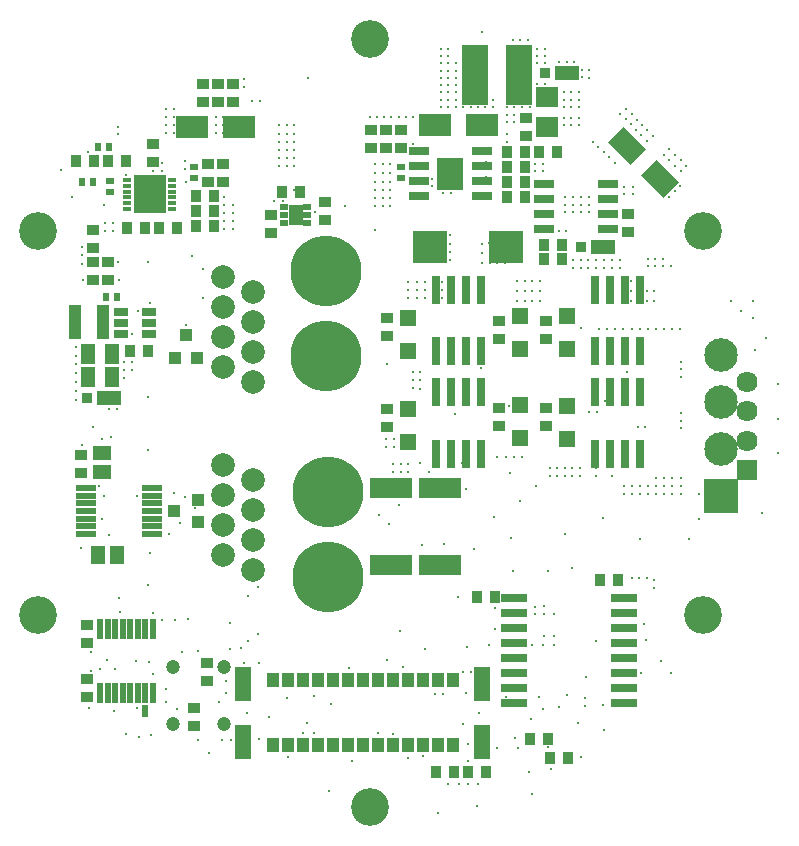
<source format=gbs>
G04*
G04 #@! TF.GenerationSoftware,Altium Limited,Altium Designer,22.1.2 (22)*
G04*
G04 Layer_Color=16711935*
%FSLAX25Y25*%
%MOIN*%
G70*
G04*
G04 #@! TF.SameCoordinates,718D4045-E2B1-425D-88C3-508A2C93E544*
G04*
G04*
G04 #@! TF.FilePolarity,Negative*
G04*
G01*
G75*
%ADD57R,0.03800X0.04300*%
%ADD58R,0.03472X0.03972*%
%ADD60R,0.04300X0.03800*%
%ADD63R,0.11784X0.10918*%
%ADD66R,0.04422X0.04028*%
%ADD69R,0.03972X0.03472*%
%ADD74R,0.04551X0.06551*%
%ADD88C,0.23635*%
%ADD89R,0.07060X0.07060*%
%ADD90C,0.07060*%
%ADD91C,0.00800*%
%ADD92R,0.11194X0.11194*%
%ADD93C,0.11194*%
%ADD94C,0.04737*%
%ADD95C,0.07887*%
%ADD96C,0.12611*%
%ADD97C,0.01181*%
%ADD534R,0.14186X0.07099*%
%ADD535R,0.03550X0.03550*%
%ADD536R,0.08274X0.04731*%
%ADD537R,0.01981X0.04698*%
%ADD538R,0.04698X0.01981*%
%ADD539R,0.02414X0.07099*%
%ADD540R,0.02257X0.01863*%
%ADD541R,0.08674X0.03162*%
%ADD542R,0.07800X0.06800*%
%ADD543R,0.03950X0.11430*%
%ADD544R,0.02272X0.02972*%
%ADD545R,0.04737X0.03162*%
%ADD546R,0.06902X0.02178*%
%ADD547R,0.04028X0.04422*%
%ADD548R,0.05524X0.05524*%
%ADD549R,0.05524X0.11430*%
%ADD550R,0.03950X0.05131*%
%ADD551R,0.03162X0.09461*%
%ADD552R,0.10642X0.07493*%
G04:AMPARAMS|DCode=553|XSize=106.42mil|YSize=74.93mil|CornerRadius=0mil|HoleSize=0mil|Usage=FLASHONLY|Rotation=315.000|XOffset=0mil|YOffset=0mil|HoleType=Round|Shape=Rectangle|*
%AMROTATEDRECTD553*
4,1,4,-0.06412,0.01114,-0.01114,0.06412,0.06412,-0.01114,0.01114,-0.06412,-0.06412,0.01114,0.0*
%
%ADD553ROTATEDRECTD553*%

%ADD554R,0.06902X0.03162*%
%ADD555R,0.02972X0.02272*%
%ADD556R,0.08674X0.10642*%
%ADD557R,0.07139X0.03084*%
%ADD558R,0.03162X0.01784*%
%ADD559R,0.11036X0.12611*%
%ADD560R,0.09095X0.20118*%
%ADD561R,0.02572X0.01981*%
%ADD562R,0.04737X0.07099*%
D57*
X56100Y218200D02*
D03*
X62100D02*
D03*
X45500Y208200D02*
D03*
X51500D02*
D03*
X45500Y213300D02*
D03*
X51500D02*
D03*
X-58271Y193700D02*
D03*
X-52271D02*
D03*
X59900Y16300D02*
D03*
X65900D02*
D03*
X53200Y22800D02*
D03*
X59200D02*
D03*
X-58271Y198669D02*
D03*
X-52271D02*
D03*
X-58271Y203637D02*
D03*
X-52271D02*
D03*
X-98172Y215300D02*
D03*
X-92172D02*
D03*
X-87500D02*
D03*
X-81500D02*
D03*
X58000Y187300D02*
D03*
X64000D02*
D03*
X58000Y182500D02*
D03*
X64000D02*
D03*
X51500Y203237D02*
D03*
X45500D02*
D03*
X28000Y11500D02*
D03*
X22000D02*
D03*
X32500D02*
D03*
X38500D02*
D03*
D58*
X-74000Y152100D02*
D03*
X-80000D02*
D03*
X51500Y218300D02*
D03*
X45500D02*
D03*
X76400Y75600D02*
D03*
X82400D02*
D03*
X35500Y70000D02*
D03*
X41500D02*
D03*
X-75072Y193037D02*
D03*
X-81072D02*
D03*
X-64400Y193100D02*
D03*
X-70400D02*
D03*
X-29372Y204937D02*
D03*
X-23371D02*
D03*
D60*
X5600Y132500D02*
D03*
Y126500D02*
D03*
Y162900D02*
D03*
Y156900D02*
D03*
X58500Y156100D02*
D03*
X42900D02*
D03*
Y133100D02*
D03*
Y127100D02*
D03*
Y162100D02*
D03*
X58500Y133100D02*
D03*
Y127100D02*
D03*
Y162100D02*
D03*
X-58900Y32900D02*
D03*
Y26900D02*
D03*
X-54300Y47900D02*
D03*
Y41900D02*
D03*
X-92400Y192300D02*
D03*
Y186300D02*
D03*
X-45871Y241037D02*
D03*
Y235037D02*
D03*
D63*
X19800Y186600D02*
D03*
X45154D02*
D03*
D66*
X-65409Y98615D02*
D03*
X-57535Y102355D02*
D03*
Y94875D02*
D03*
D69*
X-96300Y117200D02*
D03*
Y111200D02*
D03*
X-94300Y42600D02*
D03*
Y36600D02*
D03*
X300Y225500D02*
D03*
Y219500D02*
D03*
X51800Y223800D02*
D03*
Y229800D02*
D03*
X5250Y225500D02*
D03*
Y219500D02*
D03*
X10200D02*
D03*
Y225500D02*
D03*
X-50836Y241137D02*
D03*
Y235137D02*
D03*
X-55800D02*
D03*
Y241137D02*
D03*
X-92400Y181500D02*
D03*
Y175500D02*
D03*
X-87300D02*
D03*
Y181500D02*
D03*
X-94500Y60600D02*
D03*
Y54600D02*
D03*
X-54272Y208337D02*
D03*
Y214337D02*
D03*
X-49272Y208337D02*
D03*
Y214337D02*
D03*
X-14972Y201737D02*
D03*
Y195737D02*
D03*
X-33171Y197337D02*
D03*
Y191337D02*
D03*
X-72471Y215137D02*
D03*
Y221137D02*
D03*
X86028Y191737D02*
D03*
Y197737D02*
D03*
D74*
X-94100Y151000D02*
D03*
X-86100D02*
D03*
X-94100Y143400D02*
D03*
X-86100D02*
D03*
D88*
X-14200Y76789D02*
D03*
Y105135D02*
D03*
X-14700Y178694D02*
D03*
Y150347D02*
D03*
D89*
X125700Y112272D02*
D03*
D90*
Y122114D02*
D03*
Y131957D02*
D03*
Y141799D02*
D03*
D91*
X130386Y97827D02*
D03*
X69071Y27871D02*
D03*
X52929Y11729D02*
D03*
X-41201Y31426D02*
D03*
X36201D02*
D03*
X-57335Y51890D02*
D03*
Y22363D02*
D03*
X-74000Y73919D02*
D03*
Y118919D02*
D03*
Y136680D02*
D03*
Y181680D02*
D03*
D92*
X117000Y103732D02*
D03*
D93*
Y119323D02*
D03*
Y134913D02*
D03*
Y150504D02*
D03*
D94*
X-65799Y27678D02*
D03*
Y46576D02*
D03*
X-48870Y27678D02*
D03*
Y46576D02*
D03*
D95*
X-39000Y108919D02*
D03*
Y98919D02*
D03*
Y88919D02*
D03*
Y78919D02*
D03*
X-49000Y113919D02*
D03*
Y103919D02*
D03*
Y93919D02*
D03*
Y83919D02*
D03*
X-39000Y171680D02*
D03*
Y161680D02*
D03*
Y151680D02*
D03*
Y141680D02*
D03*
X-49000Y176680D02*
D03*
Y166680D02*
D03*
Y156680D02*
D03*
Y146680D02*
D03*
D96*
X0Y255906D02*
D03*
X110810Y191929D02*
D03*
X-110810D02*
D03*
Y63976D02*
D03*
X110810D02*
D03*
X0Y0D02*
D03*
D97*
X92400Y182700D02*
D03*
X95009D02*
D03*
X97618D02*
D03*
X-13900Y5200D02*
D03*
X32000Y105900D02*
D03*
X16600Y144900D02*
D03*
X14127D02*
D03*
X5500Y147700D02*
D03*
X-83900Y69600D02*
D03*
X7723Y122709D02*
D03*
Y120109D02*
D03*
X5161D02*
D03*
X14127Y139484D02*
D03*
Y142150D02*
D03*
X16600D02*
D03*
X-20900Y242900D02*
D03*
X-27808Y213695D02*
D03*
X-25316D02*
D03*
X-27808Y216387D02*
D03*
X-25316D02*
D03*
X-27808Y227171D02*
D03*
X-25316D02*
D03*
X-27808Y224479D02*
D03*
X-25316D02*
D03*
Y221787D02*
D03*
X-27808D02*
D03*
X-25316Y219095D02*
D03*
X-27808D02*
D03*
X-30300Y227171D02*
D03*
Y219072D02*
D03*
Y221772D02*
D03*
Y224471D02*
D03*
X58200Y132900D02*
D03*
X-84100Y181600D02*
D03*
X-83600Y64900D02*
D03*
X-72600Y64500D02*
D03*
X41500Y59400D02*
D03*
X75084Y55184D02*
D03*
X37000Y38000D02*
D03*
X-37300Y57800D02*
D03*
X-7076Y46398D02*
D03*
X1400Y192300D02*
D03*
X-94231Y218269D02*
D03*
X-65600Y104487D02*
D03*
X-37175Y48100D02*
D03*
X-32400Y42500D02*
D03*
X-40678Y55381D02*
D03*
X23700Y190489D02*
D03*
X26528D02*
D03*
X36900Y146200D02*
D03*
X26543Y169660D02*
D03*
Y172352D02*
D03*
Y175044D02*
D03*
X20971Y169660D02*
D03*
Y172352D02*
D03*
Y175044D02*
D03*
X23772Y169660D02*
D03*
Y172352D02*
D03*
Y175044D02*
D03*
X26528Y182413D02*
D03*
Y185105D02*
D03*
Y187797D02*
D03*
X23700D02*
D03*
Y185105D02*
D03*
Y182413D02*
D03*
X-30300Y216400D02*
D03*
Y213671D02*
D03*
X50550Y116700D02*
D03*
X47800D02*
D03*
X45050D02*
D03*
X42300D02*
D03*
X28100Y131000D02*
D03*
X30681Y114603D02*
D03*
X46100Y133800D02*
D03*
X46600Y111300D02*
D03*
X16600Y139400D02*
D03*
X5600Y131480D02*
D03*
X32281Y147700D02*
D03*
X-18501Y198428D02*
D03*
X-8600Y200200D02*
D03*
X-25400Y205500D02*
D03*
X90219Y44600D02*
D03*
X53758Y4400D02*
D03*
X22600Y-2100D02*
D03*
X-289Y229900D02*
D03*
X30800Y45000D02*
D03*
X-18880Y36820D02*
D03*
X-13200Y34365D02*
D03*
X64900Y91100D02*
D03*
X53900Y54000D02*
D03*
X-27500Y16781D02*
D03*
X46900Y89700D02*
D03*
X-6152Y15474D02*
D03*
X78000Y179700D02*
D03*
X-99500Y203200D02*
D03*
X61271Y64174D02*
D03*
X61200Y57100D02*
D03*
X58035D02*
D03*
X21600Y37700D02*
D03*
X24300D02*
D03*
X33500Y45000D02*
D03*
X-85474Y32100D02*
D03*
X-87755Y48935D02*
D03*
X-93169Y45460D02*
D03*
X-90136Y45881D02*
D03*
X-93169Y51500D02*
D03*
X62828Y33437D02*
D03*
X57500Y32760D02*
D03*
X71700Y33700D02*
D03*
X77500Y33900D02*
D03*
X18231Y52631D02*
D03*
X47352Y44700D02*
D03*
X78000Y25700D02*
D03*
X59338Y20138D02*
D03*
X71700Y36154D02*
D03*
X88444Y34600D02*
D03*
X53400Y29300D02*
D03*
X71860Y43441D02*
D03*
X56300Y36500D02*
D03*
X45095D02*
D03*
X39671Y54091D02*
D03*
X65600Y37319D02*
D03*
X26019Y7782D02*
D03*
X12450Y16419D02*
D03*
X87200Y76419D02*
D03*
X92200D02*
D03*
X54800Y64219D02*
D03*
X58035D02*
D03*
X61200Y54100D02*
D03*
X-88800Y103700D02*
D03*
X-86534Y123362D02*
D03*
X-89500Y122600D02*
D03*
X-89300Y96100D02*
D03*
X-90500Y107100D02*
D03*
X-46700Y61200D02*
D03*
X-27734Y36366D02*
D03*
X-33900Y30100D02*
D03*
X-37000Y22626D02*
D03*
X-21132Y27869D02*
D03*
X-53900Y18100D02*
D03*
X-73137Y23863D02*
D03*
X-77137Y23363D02*
D03*
X-81300Y24300D02*
D03*
X-87039Y90800D02*
D03*
X-73500Y84500D02*
D03*
X-43100Y53100D02*
D03*
X-65100Y62200D02*
D03*
X-60700Y62569D02*
D03*
X-77811Y103722D02*
D03*
X-73800Y48400D02*
D03*
X-77710Y32947D02*
D03*
X-96300Y86300D02*
D03*
X-69481Y62181D02*
D03*
X-67136Y90938D02*
D03*
X-62700Y51700D02*
D03*
X-78000Y48800D02*
D03*
X-96200Y120600D02*
D03*
X-92460Y126619D02*
D03*
X-58600Y99500D02*
D03*
X-46700Y52600D02*
D03*
X-40678Y70441D02*
D03*
X31800Y37900D02*
D03*
X30977Y27494D02*
D03*
X-85200Y46100D02*
D03*
X-72600Y44340D02*
D03*
X-93700Y33100D02*
D03*
X-87200Y132500D02*
D03*
X12623Y111800D02*
D03*
X7500D02*
D03*
X10061D02*
D03*
X7500Y114400D02*
D03*
X10061D02*
D03*
X12623D02*
D03*
X6300Y94319D02*
D03*
X9600Y100500D02*
D03*
X41081Y96500D02*
D03*
X5161Y122709D02*
D03*
X32300Y53259D02*
D03*
X57400Y54014D02*
D03*
X65319Y192100D02*
D03*
X62900D02*
D03*
X-84500Y132500D02*
D03*
X-79400Y145750D02*
D03*
X-98200Y135700D02*
D03*
Y138650D02*
D03*
X58200Y250285D02*
D03*
X67900Y248200D02*
D03*
X62900D02*
D03*
X65400D02*
D03*
X72800Y245500D02*
D03*
Y243000D02*
D03*
X70500Y243300D02*
D03*
Y245800D02*
D03*
X55700Y240900D02*
D03*
X58200D02*
D03*
X69500Y227200D02*
D03*
Y229626D02*
D03*
Y233300D02*
D03*
Y238160D02*
D03*
Y235730D02*
D03*
X47400Y255700D02*
D03*
X52400D02*
D03*
X49900D02*
D03*
X64500Y233300D02*
D03*
X53222D02*
D03*
X67000Y235730D02*
D03*
X64500Y238160D02*
D03*
X50610Y233300D02*
D03*
X55700Y252712D02*
D03*
X67000Y238160D02*
D03*
X53222Y235726D02*
D03*
X58200Y247859D02*
D03*
X45387Y233300D02*
D03*
X55700Y250285D02*
D03*
X64500Y235730D02*
D03*
X47999Y235726D02*
D03*
X67000Y233300D02*
D03*
X45387Y235726D02*
D03*
X47999Y233300D02*
D03*
X50610Y235726D02*
D03*
X58200Y252712D02*
D03*
X55700Y247859D02*
D03*
X-73500Y167900D02*
D03*
X67000Y229626D02*
D03*
Y227200D02*
D03*
X64500Y229626D02*
D03*
Y227200D02*
D03*
X24280Y204600D02*
D03*
Y207292D02*
D03*
Y209984D02*
D03*
X-103000Y212400D02*
D03*
X-61500Y160800D02*
D03*
X67161Y79500D02*
D03*
X-42100Y48100D02*
D03*
X-46600Y22400D02*
D03*
X-49600D02*
D03*
X-82100Y148400D02*
D03*
Y143000D02*
D03*
Y145750D02*
D03*
X-79400Y148400D02*
D03*
Y157481D02*
D03*
X-77303Y165240D02*
D03*
X-98200Y144550D02*
D03*
Y141600D02*
D03*
Y147500D02*
D03*
Y150450D02*
D03*
Y153400D02*
D03*
X100300Y44800D02*
D03*
X97000Y48800D02*
D03*
X-95800Y175500D02*
D03*
X-50381Y34881D02*
D03*
X-68150Y39226D02*
D03*
Y34874D02*
D03*
X-48100Y38100D02*
D03*
X-64400Y32500D02*
D03*
X37300Y258300D02*
D03*
X127700Y162900D02*
D03*
X87100Y230900D02*
D03*
X88900Y229100D02*
D03*
X90600Y227300D02*
D03*
X92300Y225500D02*
D03*
X94100Y223700D02*
D03*
X85300Y232700D02*
D03*
X103400Y211900D02*
D03*
X101550Y213750D02*
D03*
X99700Y215600D02*
D03*
X97850Y217450D02*
D03*
X97618Y180200D02*
D03*
X100226D02*
D03*
X92400D02*
D03*
X95009D02*
D03*
X103100Y207000D02*
D03*
X26000Y252742D02*
D03*
X23400D02*
D03*
X26000Y250312D02*
D03*
X23400D02*
D03*
X-84200Y224240D02*
D03*
Y226780D02*
D03*
X99680Y219280D02*
D03*
X101530Y217430D02*
D03*
X101400Y205200D02*
D03*
X87400Y204200D02*
D03*
Y206700D02*
D03*
X84700D02*
D03*
Y204200D02*
D03*
X97786Y159400D02*
D03*
X100471D02*
D03*
X103157D02*
D03*
X77600Y96400D02*
D03*
X-42100Y242600D02*
D03*
Y240000D02*
D03*
X-63400Y94800D02*
D03*
X95100Y159400D02*
D03*
X35600Y200D02*
D03*
X2500Y24558D02*
D03*
X9814Y58586D02*
D03*
X41500Y66319D02*
D03*
X58035Y66825D02*
D03*
X54800Y66800D02*
D03*
X91300Y60900D02*
D03*
X49300Y19700D02*
D03*
X48100Y23046D02*
D03*
X60200Y12700D02*
D03*
X32500Y15327D02*
D03*
X32600Y21100D02*
D03*
X17600Y17123D02*
D03*
X36000Y7782D02*
D03*
X29400D02*
D03*
X32700D02*
D03*
X42116Y19700D02*
D03*
X70200Y16500D02*
D03*
X-61700Y103400D02*
D03*
X90000Y89400D02*
D03*
X-22500Y24600D02*
D03*
X-18750D02*
D03*
X29200Y69900D02*
D03*
X5644Y49069D02*
D03*
X10909Y46760D02*
D03*
X19500Y111622D02*
D03*
X47476Y78546D02*
D03*
X59273Y78481D02*
D03*
X91900Y55500D02*
D03*
X-88800Y200500D02*
D03*
X-37300Y73200D02*
D03*
X-39557Y235300D02*
D03*
X-36900D02*
D03*
X-59400Y183700D02*
D03*
X-55900Y179400D02*
D03*
X-83900Y175500D02*
D03*
X34600Y86100D02*
D03*
X131900Y156200D02*
D03*
X128100Y152400D02*
D03*
X135900Y140900D02*
D03*
Y129400D02*
D03*
Y117900D02*
D03*
X109500Y96000D02*
D03*
Y104300D02*
D03*
X81000Y135400D02*
D03*
X78300D02*
D03*
X7500Y24400D02*
D03*
X76300Y159400D02*
D03*
X75666Y131633D02*
D03*
X73000D02*
D03*
X89100Y126800D02*
D03*
X91600D02*
D03*
X103402Y126200D02*
D03*
Y128700D02*
D03*
Y131200D02*
D03*
X50000Y102000D02*
D03*
X55100Y106900D02*
D03*
X103400Y148400D02*
D03*
Y145900D02*
D03*
Y143400D02*
D03*
X80650Y110200D02*
D03*
X16400Y114603D02*
D03*
X-81472Y210737D02*
D03*
X-85900Y192100D02*
D03*
Y194802D02*
D03*
X-52500Y203400D02*
D03*
X-72469Y198781D02*
D03*
X-55800Y169800D02*
D03*
X103380Y215580D02*
D03*
X105230Y213730D02*
D03*
X-69600Y214697D02*
D03*
X-96000Y186800D02*
D03*
Y183850D02*
D03*
X-88500Y194802D02*
D03*
Y192100D02*
D03*
X106200Y89400D02*
D03*
X103400Y109700D02*
D03*
Y107000D02*
D03*
Y104300D02*
D03*
X100700Y109700D02*
D03*
Y107000D02*
D03*
Y104300D02*
D03*
X94600Y73000D02*
D03*
Y75500D02*
D03*
X89700Y76419D02*
D03*
X64800Y110200D02*
D03*
X-48700Y203400D02*
D03*
Y200700D02*
D03*
X-45900D02*
D03*
Y198000D02*
D03*
Y195300D02*
D03*
Y192600D02*
D03*
X-48700D02*
D03*
Y195300D02*
D03*
Y198000D02*
D03*
X45531Y224247D02*
D03*
X120100Y168500D02*
D03*
X127500D02*
D03*
X83300Y231100D02*
D03*
X74200Y221800D02*
D03*
X70100Y159600D02*
D03*
X92414Y159400D02*
D03*
X89728D02*
D03*
X87043D02*
D03*
X84357D02*
D03*
X81671D02*
D03*
X78986D02*
D03*
X80100Y154300D02*
D03*
Y151700D02*
D03*
X75100Y110200D02*
D03*
X62274D02*
D03*
X59773D02*
D03*
X67273D02*
D03*
X69774D02*
D03*
Y112866D02*
D03*
X67273D02*
D03*
X59773D02*
D03*
X62274D02*
D03*
X64773D02*
D03*
X45387Y230800D02*
D03*
Y228300D02*
D03*
X40751Y235730D02*
D03*
X38321D02*
D03*
X35891D02*
D03*
X33461D02*
D03*
X31030D02*
D03*
X23400Y247882D02*
D03*
Y245451D02*
D03*
Y243021D02*
D03*
Y240591D02*
D03*
Y238160D02*
D03*
Y235730D02*
D03*
Y233300D02*
D03*
X-72469Y212040D02*
D03*
Y201413D02*
D03*
Y206727D02*
D03*
Y204070D02*
D03*
Y209384D02*
D03*
X-49000Y230000D02*
D03*
Y227343D02*
D03*
Y224687D02*
D03*
X-51500D02*
D03*
Y227343D02*
D03*
Y230000D02*
D03*
X-65427Y224757D02*
D03*
Y230070D02*
D03*
Y227414D02*
D03*
Y232727D02*
D03*
X-68148Y224757D02*
D03*
Y227414D02*
D03*
Y230070D02*
D03*
Y232727D02*
D03*
X-61600Y208300D02*
D03*
X-69600Y198757D02*
D03*
Y201413D02*
D03*
Y204070D02*
D03*
Y206727D02*
D03*
Y212040D02*
D03*
Y209384D02*
D03*
X-61719Y212760D02*
D03*
X64800Y203300D02*
D03*
Y200750D02*
D03*
Y198200D02*
D03*
X67500D02*
D03*
Y200750D02*
D03*
Y203300D02*
D03*
X70200Y198300D02*
D03*
Y200800D02*
D03*
Y203300D02*
D03*
X72900D02*
D03*
Y200800D02*
D03*
Y198300D02*
D03*
X92100Y222100D02*
D03*
X90300Y223900D02*
D03*
X88600Y225700D02*
D03*
X86900Y227500D02*
D03*
X85100Y229300D02*
D03*
X76000Y220000D02*
D03*
X77800Y218200D02*
D03*
X79600Y216500D02*
D03*
X81400Y214800D02*
D03*
X79600Y216500D02*
D03*
X-32000Y201937D02*
D03*
X80650Y179700D02*
D03*
X75350D02*
D03*
X67400D02*
D03*
X70050D02*
D03*
X72700D02*
D03*
X83300D02*
D03*
Y182200D02*
D03*
X72700D02*
D03*
X70050D02*
D03*
X67400D02*
D03*
X51500Y208100D02*
D03*
X47999Y228300D02*
D03*
Y230800D02*
D03*
X54800Y211900D02*
D03*
Y214400D02*
D03*
X57400Y211900D02*
D03*
Y214400D02*
D03*
X99600Y203400D02*
D03*
X11862Y229900D02*
D03*
X9432D02*
D03*
X7001D02*
D03*
X4571D02*
D03*
X2141D02*
D03*
X26000Y233300D02*
D03*
Y235730D02*
D03*
Y238160D02*
D03*
Y240591D02*
D03*
Y243021D02*
D03*
Y245451D02*
D03*
Y247882D02*
D03*
X28600D02*
D03*
Y245451D02*
D03*
Y243021D02*
D03*
Y240591D02*
D03*
Y238160D02*
D03*
Y235730D02*
D03*
X31030Y233300D02*
D03*
X28600D02*
D03*
X33461D02*
D03*
X35891D02*
D03*
X38321D02*
D03*
X40751D02*
D03*
X26880Y209984D02*
D03*
Y207292D02*
D03*
Y204600D02*
D03*
X20700Y207000D02*
D03*
X14200Y220900D02*
D03*
X20700Y209383D02*
D03*
X3000Y97400D02*
D03*
X18200Y175044D02*
D03*
Y172352D02*
D03*
Y169660D02*
D03*
X15400Y175044D02*
D03*
Y172352D02*
D03*
Y169660D02*
D03*
X12629D02*
D03*
Y172352D02*
D03*
Y175044D02*
D03*
X4116Y200324D02*
D03*
X1624D02*
D03*
X6608D02*
D03*
X4116Y203016D02*
D03*
X1624D02*
D03*
X6608D02*
D03*
Y205708D02*
D03*
X1624D02*
D03*
X4116D02*
D03*
X6608Y208400D02*
D03*
Y214284D02*
D03*
Y211292D02*
D03*
X4116D02*
D03*
Y214284D02*
D03*
X1624Y211292D02*
D03*
Y214284D02*
D03*
X4116Y208400D02*
D03*
X14292Y229900D02*
D03*
X48783Y168600D02*
D03*
X51392D02*
D03*
X54001Y168609D02*
D03*
X56609D02*
D03*
X51392Y175181D02*
D03*
X48783D02*
D03*
X54001D02*
D03*
X51392Y171890D02*
D03*
X48783D02*
D03*
X54001D02*
D03*
X94700Y168609D02*
D03*
X92091D02*
D03*
Y171890D02*
D03*
X94700D02*
D03*
X89482Y168600D02*
D03*
X86874D02*
D03*
X98000Y104300D02*
D03*
X95300D02*
D03*
X92600D02*
D03*
X89900D02*
D03*
X87200D02*
D03*
X84500D02*
D03*
X95300Y109700D02*
D03*
X84500Y107000D02*
D03*
X87200D02*
D03*
X89900D02*
D03*
X92600D02*
D03*
X95300D02*
D03*
X98000D02*
D03*
Y109700D02*
D03*
X75100Y112866D02*
D03*
X-96000Y180900D02*
D03*
X-61719Y215300D02*
D03*
X85600Y145000D02*
D03*
X75350Y182200D02*
D03*
X78000D02*
D03*
X80650D02*
D03*
X123628Y165337D02*
D03*
X-48100Y41900D02*
D03*
X45500Y221600D02*
D03*
X38605Y215094D02*
D03*
Y210094D02*
D03*
X1624Y208400D02*
D03*
X37100Y184500D02*
D03*
X44905Y181200D02*
D03*
X42279D02*
D03*
Y184500D02*
D03*
X39752Y181228D02*
D03*
X37100Y187800D02*
D03*
X39752Y184529D02*
D03*
X44905Y187800D02*
D03*
X37100Y181200D02*
D03*
X39652Y187829D02*
D03*
X42279Y187800D02*
D03*
X44905Y184500D02*
D03*
X56609Y171890D02*
D03*
Y175181D02*
D03*
X24600Y87600D02*
D03*
X89482Y175181D02*
D03*
X86874D02*
D03*
Y171890D02*
D03*
X89482D02*
D03*
X-29272Y201937D02*
D03*
X17328Y87337D02*
D03*
D534*
X23086Y80705D02*
D03*
Y106295D02*
D03*
X7028Y80705D02*
D03*
Y106295D02*
D03*
D535*
X-94600Y136400D02*
D03*
X70060Y186800D02*
D03*
X58060Y244500D02*
D03*
D536*
X-87120Y136400D02*
D03*
X77540Y186800D02*
D03*
X65540Y244500D02*
D03*
D537*
X-91469Y111731D02*
D03*
X-89500D02*
D03*
X-87532D02*
D03*
Y118069D02*
D03*
X-89500D02*
D03*
X-91469D02*
D03*
D538*
X-84531Y86068D02*
D03*
Y84100D02*
D03*
Y82131D02*
D03*
X-90869D02*
D03*
Y84100D02*
D03*
Y86068D02*
D03*
D539*
X-80100Y38140D02*
D03*
X-77600D02*
D03*
X-90100D02*
D03*
X-87600D02*
D03*
X-85100D02*
D03*
X-82600D02*
D03*
X-75100D02*
D03*
X-72600D02*
D03*
Y59400D02*
D03*
X-75100D02*
D03*
X-77600D02*
D03*
X-80100D02*
D03*
X-82600D02*
D03*
X-85100D02*
D03*
X-87600D02*
D03*
X-90100D02*
D03*
D540*
X-75100Y30917D02*
D03*
Y33083D02*
D03*
D541*
X84507Y69600D02*
D03*
Y64600D02*
D03*
Y59600D02*
D03*
Y54600D02*
D03*
Y49600D02*
D03*
Y44600D02*
D03*
Y39600D02*
D03*
Y34600D02*
D03*
X47893D02*
D03*
Y39600D02*
D03*
Y44600D02*
D03*
Y49600D02*
D03*
Y54600D02*
D03*
Y59600D02*
D03*
Y64600D02*
D03*
Y69600D02*
D03*
D542*
X59000Y236800D02*
D03*
Y226800D02*
D03*
D543*
X-89272Y161500D02*
D03*
X-98328D02*
D03*
D544*
X-88150Y169900D02*
D03*
X-84450D02*
D03*
X-96222Y208437D02*
D03*
X-92522D02*
D03*
X-87172Y219837D02*
D03*
X-90872D02*
D03*
D545*
X-83124Y165040D02*
D03*
Y161300D02*
D03*
Y157560D02*
D03*
X-73676D02*
D03*
Y161300D02*
D03*
Y165040D02*
D03*
D546*
X-72693Y90938D02*
D03*
Y93497D02*
D03*
Y96056D02*
D03*
Y98615D02*
D03*
Y101174D02*
D03*
Y103733D02*
D03*
Y106292D02*
D03*
X-94740Y90938D02*
D03*
Y93497D02*
D03*
Y96056D02*
D03*
Y98615D02*
D03*
Y101174D02*
D03*
Y103733D02*
D03*
Y106292D02*
D03*
D547*
X-65240Y149563D02*
D03*
X-57760D02*
D03*
X-61500Y157437D02*
D03*
D548*
X65400Y163609D02*
D03*
Y152586D02*
D03*
X49800Y163612D02*
D03*
Y152588D02*
D03*
X12400Y163013D02*
D03*
Y151989D02*
D03*
X12403Y121688D02*
D03*
Y132712D02*
D03*
X65398Y122788D02*
D03*
Y133812D02*
D03*
X49800Y122900D02*
D03*
Y133924D02*
D03*
D549*
X-42323Y41072D02*
D03*
Y21780D02*
D03*
X37323Y41072D02*
D03*
Y21780D02*
D03*
D550*
X22500Y20599D02*
D03*
X17500D02*
D03*
X7500D02*
D03*
X2500D02*
D03*
X-2500D02*
D03*
X-7500D02*
D03*
X-12500D02*
D03*
X-17500D02*
D03*
X-22500D02*
D03*
X-27500D02*
D03*
X27500D02*
D03*
X12500D02*
D03*
X-32500D02*
D03*
Y42253D02*
D03*
X-27500D02*
D03*
X-22500D02*
D03*
X-17500D02*
D03*
X-12500D02*
D03*
X-7500D02*
D03*
X-2500D02*
D03*
X2500D02*
D03*
X7500D02*
D03*
X12500D02*
D03*
X17500D02*
D03*
X22500D02*
D03*
X27500D02*
D03*
D551*
X32000Y117800D02*
D03*
X74800Y151864D02*
D03*
X84800Y117800D02*
D03*
X22000Y151864D02*
D03*
X37000Y138272D02*
D03*
X32000D02*
D03*
X27000D02*
D03*
X22000D02*
D03*
Y117800D02*
D03*
X27000D02*
D03*
X37000D02*
D03*
Y151864D02*
D03*
X32000D02*
D03*
X27000D02*
D03*
X22000Y172336D02*
D03*
X27000D02*
D03*
X32000D02*
D03*
X37000D02*
D03*
X89800Y117800D02*
D03*
X79800D02*
D03*
X74800D02*
D03*
Y138272D02*
D03*
X79800D02*
D03*
X84800D02*
D03*
X89800D02*
D03*
Y151864D02*
D03*
X84800D02*
D03*
X79800D02*
D03*
X74800Y172336D02*
D03*
X79800D02*
D03*
X84800D02*
D03*
X89800D02*
D03*
D552*
X37200Y227300D02*
D03*
X21452D02*
D03*
X-59548Y226600D02*
D03*
X-43800D02*
D03*
D553*
X96668Y209332D02*
D03*
X85532Y220468D02*
D03*
D554*
X79058Y207737D02*
D03*
Y202737D02*
D03*
Y197737D02*
D03*
Y192737D02*
D03*
X57799D02*
D03*
Y197737D02*
D03*
Y202737D02*
D03*
Y207737D02*
D03*
D555*
X10200Y213450D02*
D03*
Y209750D02*
D03*
X-86900Y205100D02*
D03*
Y208800D02*
D03*
X-58772Y209637D02*
D03*
Y213337D02*
D03*
D556*
X26653Y211000D02*
D03*
D557*
X16200Y218500D02*
D03*
Y213500D02*
D03*
Y208500D02*
D03*
Y203500D02*
D03*
X37106D02*
D03*
Y208500D02*
D03*
Y213500D02*
D03*
Y218500D02*
D03*
D558*
X-66071Y209074D02*
D03*
Y207106D02*
D03*
Y205137D02*
D03*
Y203169D02*
D03*
Y201200D02*
D03*
Y199232D02*
D03*
X-81032D02*
D03*
Y201200D02*
D03*
Y203169D02*
D03*
Y205137D02*
D03*
Y207106D02*
D03*
Y209074D02*
D03*
D559*
X-73552Y204153D02*
D03*
D560*
X49400Y244100D02*
D03*
X34833D02*
D03*
D561*
X-21071Y199855D02*
D03*
Y197296D02*
D03*
Y194737D02*
D03*
X-28749D02*
D03*
Y197296D02*
D03*
Y199855D02*
D03*
D562*
X-24910Y197296D02*
D03*
M02*

</source>
